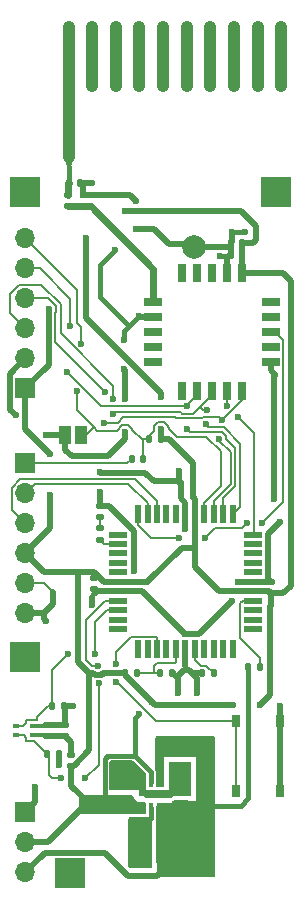
<source format=gbr>
%TF.GenerationSoftware,KiCad,Pcbnew,6.0.11-2627ca5db0~126~ubuntu22.04.1*%
%TF.CreationDate,2024-01-21T15:51:19+01:00*%
%TF.ProjectId,HB_TH_Sensor_SHT45_AllInOne_FUEL4EP,48425f54-485f-4536-956e-736f725f5348,1.3*%
%TF.SameCoordinates,Original*%
%TF.FileFunction,Copper,L1,Top*%
%TF.FilePolarity,Positive*%
%FSLAX46Y46*%
G04 Gerber Fmt 4.6, Leading zero omitted, Abs format (unit mm)*
G04 Created by KiCad (PCBNEW 6.0.11-2627ca5db0~126~ubuntu22.04.1) date 2024-01-21 15:51:19*
%MOMM*%
%LPD*%
G01*
G04 APERTURE LIST*
G04 Aperture macros list*
%AMRoundRect*
0 Rectangle with rounded corners*
0 $1 Rounding radius*
0 $2 $3 $4 $5 $6 $7 $8 $9 X,Y pos of 4 corners*
0 Add a 4 corners polygon primitive as box body*
4,1,4,$2,$3,$4,$5,$6,$7,$8,$9,$2,$3,0*
0 Add four circle primitives for the rounded corners*
1,1,$1+$1,$2,$3*
1,1,$1+$1,$4,$5*
1,1,$1+$1,$6,$7*
1,1,$1+$1,$8,$9*
0 Add four rect primitives between the rounded corners*
20,1,$1+$1,$2,$3,$4,$5,0*
20,1,$1+$1,$4,$5,$6,$7,0*
20,1,$1+$1,$6,$7,$8,$9,0*
20,1,$1+$1,$8,$9,$2,$3,0*%
%AMOutline4P*
0 Free polygon, 4 corners , with rotation*
0 The origin of the aperture is its center*
0 number of corners: always 4*
0 $1 to $8 corner X, Y*
0 $9 Rotation angle, in degrees counterclockwise*
0 create outline with 4 corners*
4,1,4,$1,$2,$3,$4,$5,$6,$7,$8,$1,$2,$9*%
G04 Aperture macros list end*
%TA.AperFunction,EtchedComponent*%
%ADD10C,1.000000*%
%TD*%
%TA.AperFunction,SMDPad,CuDef*%
%ADD11RoundRect,0.147500X-0.172500X0.147500X-0.172500X-0.147500X0.172500X-0.147500X0.172500X0.147500X0*%
%TD*%
%TA.AperFunction,SMDPad,CuDef*%
%ADD12RoundRect,0.140000X-0.140000X-0.170000X0.140000X-0.170000X0.140000X0.170000X-0.140000X0.170000X0*%
%TD*%
%TA.AperFunction,SMDPad,CuDef*%
%ADD13RoundRect,0.135000X0.185000X-0.135000X0.185000X0.135000X-0.185000X0.135000X-0.185000X-0.135000X0*%
%TD*%
%TA.AperFunction,SMDPad,CuDef*%
%ADD14RoundRect,0.135000X0.135000X0.185000X-0.135000X0.185000X-0.135000X-0.185000X0.135000X-0.185000X0*%
%TD*%
%TA.AperFunction,SMDPad,CuDef*%
%ADD15R,0.800000X1.500000*%
%TD*%
%TA.AperFunction,SMDPad,CuDef*%
%ADD16R,1.500000X0.800000*%
%TD*%
%TA.AperFunction,SMDPad,CuDef*%
%ADD17RoundRect,0.140000X0.170000X-0.140000X0.170000X0.140000X-0.170000X0.140000X-0.170000X-0.140000X0*%
%TD*%
%TA.AperFunction,SMDPad,CuDef*%
%ADD18RoundRect,0.135000X-0.135000X-0.185000X0.135000X-0.185000X0.135000X0.185000X-0.135000X0.185000X0*%
%TD*%
%TA.AperFunction,SMDPad,CuDef*%
%ADD19RoundRect,0.250000X0.475000X-0.250000X0.475000X0.250000X-0.475000X0.250000X-0.475000X-0.250000X0*%
%TD*%
%TA.AperFunction,SMDPad,CuDef*%
%ADD20R,0.750000X1.000000*%
%TD*%
%TA.AperFunction,SMDPad,CuDef*%
%ADD21RoundRect,0.140000X0.140000X0.170000X-0.140000X0.170000X-0.140000X-0.170000X0.140000X-0.170000X0*%
%TD*%
%TA.AperFunction,SMDPad,CuDef*%
%ADD22R,0.900000X3.000000*%
%TD*%
%TA.AperFunction,SMDPad,CuDef*%
%ADD23R,0.400000X0.900000*%
%TD*%
%TA.AperFunction,SMDPad,CuDef*%
%ADD24R,0.550000X1.500000*%
%TD*%
%TA.AperFunction,SMDPad,CuDef*%
%ADD25R,1.500000X0.550000*%
%TD*%
%TA.AperFunction,SMDPad,CuDef*%
%ADD26RoundRect,0.140000X-0.170000X0.140000X-0.170000X-0.140000X0.170000X-0.140000X0.170000X0.140000X0*%
%TD*%
%TA.AperFunction,ComponentPad*%
%ADD27C,1.000000*%
%TD*%
%TA.AperFunction,SMDPad,CuDef*%
%ADD28Outline4P,-0.350000X-0.400000X0.350000X-0.400000X0.050000X0.400000X-0.050000X0.400000X180.000000*%
%TD*%
%TA.AperFunction,SMDPad,CuDef*%
%ADD29C,0.500000*%
%TD*%
%TA.AperFunction,ComponentPad*%
%ADD30R,2.500000X2.500000*%
%TD*%
%TA.AperFunction,SMDPad,CuDef*%
%ADD31R,1.000000X1.500000*%
%TD*%
%TA.AperFunction,SMDPad,CuDef*%
%ADD32RoundRect,0.147500X0.172500X-0.147500X0.172500X0.147500X-0.172500X0.147500X-0.172500X-0.147500X0*%
%TD*%
%TA.AperFunction,SMDPad,CuDef*%
%ADD33R,0.500000X0.300000*%
%TD*%
%TA.AperFunction,SMDPad,CuDef*%
%ADD34RoundRect,0.147500X-0.147500X-0.172500X0.147500X-0.172500X0.147500X0.172500X-0.147500X0.172500X0*%
%TD*%
%TA.AperFunction,ComponentPad*%
%ADD35R,2.000000X2.000000*%
%TD*%
%TA.AperFunction,ComponentPad*%
%ADD36C,2.000000*%
%TD*%
%TA.AperFunction,ComponentPad*%
%ADD37R,1.700000X1.700000*%
%TD*%
%TA.AperFunction,ComponentPad*%
%ADD38O,1.700000X1.700000*%
%TD*%
%TA.AperFunction,ViaPad*%
%ADD39C,0.600000*%
%TD*%
%TA.AperFunction,Conductor*%
%ADD40C,0.500000*%
%TD*%
%TA.AperFunction,Conductor*%
%ADD41C,0.400000*%
%TD*%
%TA.AperFunction,Conductor*%
%ADD42C,0.300000*%
%TD*%
%TA.AperFunction,Conductor*%
%ADD43C,0.200000*%
%TD*%
%TA.AperFunction,Conductor*%
%ADD44C,0.600000*%
%TD*%
G04 APERTURE END LIST*
D10*
%TO.C,AE1*%
X13478000Y73745000D02*
X13478000Y68745000D01*
X17478000Y73745000D02*
X17478000Y68745000D01*
X15478000Y73745000D02*
X15478000Y68745000D01*
X11478000Y73745000D02*
X11478000Y68745000D01*
X19478000Y73745000D02*
X19478000Y68745000D01*
X7478000Y73745000D02*
X7478000Y68745000D01*
X23478000Y73745000D02*
X23478000Y68745000D01*
X9478000Y73745000D02*
X9478000Y68745000D01*
X5478000Y62745000D02*
X5478000Y73745000D01*
X21478000Y73745000D02*
X21478000Y68745000D01*
%TO.C,NT1*%
G36*
X4441000Y24900000D02*
G01*
X3941000Y24900000D01*
X3941000Y25900000D01*
X4441000Y25900000D01*
X4441000Y24900000D01*
G37*
%TD*%
D11*
%TO.P,D1,1,K*%
%TO.N,GND*%
X8128000Y33251000D03*
%TO.P,D1,2,A*%
%TO.N,Net-(D1-Pad2)*%
X8128000Y32281000D03*
%TD*%
D12*
%TO.P,C1,1*%
%TO.N,/DTR*%
X10823000Y37211000D03*
%TO.P,C1,2*%
%TO.N,/RSETB*%
X11783000Y37211000D03*
%TD*%
D13*
%TO.P,R4,1*%
%TO.N,Net-(R4-Pad1)*%
X8128000Y30351000D03*
%TO.P,R4,2*%
%TO.N,Net-(D1-Pad2)*%
X8128000Y31371000D03*
%TD*%
D14*
%TO.P,R1,1*%
%TO.N,VCC*%
X13337000Y38862000D03*
%TO.P,R1,2*%
%TO.N,/RSETB*%
X12317000Y38862000D03*
%TD*%
D15*
%TO.P,Module1,1A,SCK*%
%TO.N,/SCK*%
X20146000Y42959000D03*
D16*
%TO.P,Module1,1B,ANT*%
%TO.N,/ANT*%
X12606000Y50499000D03*
D15*
%TO.P,Module1,1C,VCC*%
%TO.N,VCC*%
X20146000Y52959000D03*
D16*
%TO.P,Module1,1D,GD02*%
%TO.N,unconnected-(Module1-Pad1D)*%
X22606000Y50499000D03*
D15*
%TO.P,Module1,2A,~{CSN}*%
%TO.N,/SS*%
X18876000Y42959000D03*
D16*
%TO.P,Module1,2B,GND*%
%TO.N,GND*%
X12606000Y49229000D03*
D15*
%TO.P,Module1,2C,GND*%
X18876000Y52959000D03*
D16*
%TO.P,Module1,2D,NC*%
%TO.N,unconnected-(Module1-Pad2D)*%
X22606000Y49229000D03*
D15*
%TO.P,Module1,3A,MOSI*%
%TO.N,/MOSI*%
X17606000Y42959000D03*
D16*
%TO.P,Module1,3B,NC*%
%TO.N,unconnected-(Module1-Pad3B)*%
X12606000Y47959000D03*
D15*
%TO.P,Module1,3C,NC*%
%TO.N,unconnected-(Module1-Pad3C)*%
X17606000Y52959000D03*
D16*
%TO.P,Module1,3D,GD00*%
%TO.N,/D2*%
X22606000Y47959000D03*
D15*
%TO.P,Module1,4A,MISO/GD01*%
%TO.N,/MISO*%
X16336000Y42959000D03*
D16*
%TO.P,Module1,4B,NC*%
%TO.N,unconnected-(Module1-Pad4B)*%
X12606000Y46689000D03*
D15*
%TO.P,Module1,4C,NC*%
%TO.N,unconnected-(Module1-Pad4C)*%
X16336000Y52959000D03*
D16*
%TO.P,Module1,4D,NC*%
%TO.N,unconnected-(Module1-Pad4D)*%
X22606000Y46689000D03*
D15*
%TO.P,Module1,5A,NC*%
%TO.N,unconnected-(Module1-Pad5A)*%
X15066000Y42959000D03*
D16*
%TO.P,Module1,5B,NC*%
%TO.N,unconnected-(Module1-Pad5B)*%
X12606000Y45419000D03*
D15*
%TO.P,Module1,5C,NC*%
%TO.N,unconnected-(Module1-Pad5C)*%
X15066000Y52959000D03*
D16*
%TO.P,Module1,5D,GND*%
%TO.N,GND*%
X22606000Y45419000D03*
%TD*%
D12*
%TO.P,C2,1*%
%TO.N,GND*%
X16792000Y19050000D03*
%TO.P,C2,2*%
%TO.N,Net-(C2-Pad2)*%
X17752000Y19050000D03*
%TD*%
D17*
%TO.P,C4,1*%
%TO.N,VCC*%
X22606000Y25809000D03*
%TO.P,C4,2*%
%TO.N,GND*%
X22606000Y26769000D03*
%TD*%
D12*
%TO.P,C6,1*%
%TO.N,GND*%
X15014000Y34036000D03*
%TO.P,C6,2*%
%TO.N,VCC*%
X15974000Y34036000D03*
%TD*%
%TO.P,C8,1*%
%TO.N,Net-(C8-Pad1)*%
X13236000Y19050000D03*
%TO.P,C8,2*%
%TO.N,GND*%
X14196000Y19050000D03*
%TD*%
D18*
%TO.P,R2,1*%
%TO.N,VCC*%
X10285000Y19050000D03*
%TO.P,R2,2*%
%TO.N,Net-(C8-Pad1)*%
X11305000Y19050000D03*
%TD*%
%TO.P,R6,1*%
%TO.N,/SDA*%
X4062000Y16256000D03*
%TO.P,R6,2*%
%TO.N,GND*%
X5082000Y16256000D03*
%TD*%
D19*
%TO.P,C5,1*%
%TO.N,/plusBAT*%
X14986000Y7813000D03*
%TO.P,C5,2*%
%TO.N,GND*%
X14986000Y9713000D03*
%TD*%
D20*
%TO.P,SW1,A*%
%TO.N,/CONFIG*%
X19622172Y9047667D03*
%TO.P,SW1,B,e*%
X19622172Y15047667D03*
%TO.P,SW1,C*%
%TO.N,GND*%
X23372172Y9047667D03*
%TO.P,SW1,D*%
X23372172Y15047667D03*
%TD*%
D21*
%TO.P,C11,1*%
%TO.N,VCC*%
X20165000Y54483000D03*
%TO.P,C11,2*%
%TO.N,GND*%
X19205000Y54483000D03*
%TD*%
%TO.P,C12,1*%
%TO.N,VCC*%
X20165000Y55499000D03*
%TO.P,C12,2*%
%TO.N,GND*%
X19205000Y55499000D03*
%TD*%
D17*
%TO.P,C13,1*%
%TO.N,/ANT*%
X5461000Y58575000D03*
%TO.P,C13,2*%
%TO.N,Net-(AE1-Pad1)*%
X5461000Y59535000D03*
%TD*%
D22*
%TO.P,L1,1,1*%
%TO.N,/plusBAT*%
X13292000Y4445000D03*
%TO.P,L1,2,2*%
%TO.N,/L*%
X11192000Y4445000D03*
%TD*%
D23*
%TO.P,U2,1,VIN*%
%TO.N,/plusBAT*%
X13096000Y9863000D03*
%TO.P,U2,2,FB*%
%TO.N,VCC*%
X12446000Y9863000D03*
%TO.P,U2,3,GND*%
%TO.N,GND*%
X11796000Y9863000D03*
%TO.P,U2,4,VOUT*%
%TO.N,VCC*%
X11796000Y7663000D03*
%TO.P,U2,5,L*%
%TO.N,/L*%
X12446000Y7663000D03*
%TO.P,U2,6,EN*%
%TO.N,/plusBAT*%
X13096000Y7663000D03*
%TD*%
D19*
%TO.P,C9,1*%
%TO.N,VCC*%
X9652000Y7813000D03*
%TO.P,C9,2*%
%TO.N,GND*%
X9652000Y9713000D03*
%TD*%
D24*
%TO.P,U1,1,PB5*%
%TO.N,/MOSI*%
X19367000Y32497000D03*
%TO.P,U1,2,PB6*%
%TO.N,/MISO*%
X18567000Y32497000D03*
%TO.P,U1,3,PB7*%
%TO.N,/SCK*%
X17767000Y32497000D03*
%TO.P,U1,4,~{RESET}*%
%TO.N,/RSETB*%
X16967000Y32497000D03*
%TO.P,U1,5,VCC*%
%TO.N,VCC*%
X16167000Y32497000D03*
%TO.P,U1,6,GND*%
%TO.N,GND*%
X15367000Y32497000D03*
%TO.P,U1,7,XTAL2*%
%TO.N,unconnected-(U1-Pad7)*%
X14567000Y32497000D03*
%TO.P,U1,8,XTAL1*%
%TO.N,unconnected-(U1-Pad8)*%
X13767000Y32497000D03*
%TO.P,U1,9,PD0*%
%TO.N,/RXD0*%
X12967000Y32497000D03*
%TO.P,U1,10,PD1*%
%TO.N,/TXD0*%
X12167000Y32497000D03*
%TO.P,U1,11,PD2*%
%TO.N,/D2*%
X11367000Y32497000D03*
D25*
%TO.P,U1,12,PD3*%
%TO.N,unconnected-(U1-Pad12)*%
X9667000Y30797000D03*
%TO.P,U1,13,PD4*%
%TO.N,Net-(R4-Pad1)*%
X9667000Y29997000D03*
%TO.P,U1,14,PD5*%
%TO.N,unconnected-(U1-Pad14)*%
X9667000Y29197000D03*
%TO.P,U1,15,PD6*%
%TO.N,unconnected-(U1-Pad15)*%
X9667000Y28397000D03*
%TO.P,U1,16,PD7*%
%TO.N,unconnected-(U1-Pad16)*%
X9667000Y27597000D03*
%TO.P,U1,17,VCC*%
%TO.N,VCC*%
X9667000Y26797000D03*
%TO.P,U1,18,GND*%
%TO.N,GND*%
X9667000Y25997000D03*
%TO.P,U1,19,PC0*%
%TO.N,/SCL*%
X9667000Y25197000D03*
%TO.P,U1,20,PC1*%
%TO.N,/SDA*%
X9667000Y24397000D03*
%TO.P,U1,21,PC2*%
%TO.N,unconnected-(U1-Pad21)*%
X9667000Y23597000D03*
%TO.P,U1,22,PC3*%
%TO.N,unconnected-(U1-Pad22)*%
X9667000Y22797000D03*
D24*
%TO.P,U1,23,PC4*%
%TO.N,unconnected-(U1-Pad23)*%
X11367000Y21097000D03*
%TO.P,U1,24,PC5*%
%TO.N,unconnected-(U1-Pad24)*%
X12167000Y21097000D03*
%TO.P,U1,25,PC6*%
%TO.N,/CONFIG*%
X12967000Y21097000D03*
%TO.P,U1,26,PC7*%
%TO.N,unconnected-(U1-Pad26)*%
X13767000Y21097000D03*
%TO.P,U1,27,AVCC*%
%TO.N,Net-(C8-Pad1)*%
X14567000Y21097000D03*
%TO.P,U1,28,GND*%
%TO.N,GND*%
X15367000Y21097000D03*
%TO.P,U1,29,AREF*%
%TO.N,Net-(C2-Pad2)*%
X16167000Y21097000D03*
%TO.P,U1,30,PA7*%
%TO.N,unconnected-(U1-Pad30)*%
X16967000Y21097000D03*
%TO.P,U1,31,PA6*%
%TO.N,unconnected-(U1-Pad31)*%
X17767000Y21097000D03*
%TO.P,U1,32,PA5*%
%TO.N,unconnected-(U1-Pad32)*%
X18567000Y21097000D03*
%TO.P,U1,33,PA4*%
%TO.N,unconnected-(U1-Pad33)*%
X19367000Y21097000D03*
D25*
%TO.P,U1,34,PA3*%
%TO.N,unconnected-(U1-Pad34)*%
X21067000Y22797000D03*
%TO.P,U1,35,PA2*%
%TO.N,unconnected-(U1-Pad35)*%
X21067000Y23597000D03*
%TO.P,U1,36,PA1*%
%TO.N,unconnected-(U1-Pad36)*%
X21067000Y24397000D03*
%TO.P,U1,37,PA0*%
%TO.N,Net-(R3-Pad1)*%
X21067000Y25197000D03*
%TO.P,U1,38,VCC*%
%TO.N,VCC*%
X21067000Y25997000D03*
%TO.P,U1,39,GND*%
%TO.N,GND*%
X21067000Y26797000D03*
%TO.P,U1,40,PB0*%
%TO.N,unconnected-(U1-Pad40)*%
X21067000Y27597000D03*
%TO.P,U1,41,PB1*%
%TO.N,unconnected-(U1-Pad41)*%
X21067000Y28397000D03*
%TO.P,U1,42,PB2*%
%TO.N,unconnected-(U1-Pad42)*%
X21067000Y29197000D03*
%TO.P,U1,43,PB3*%
%TO.N,unconnected-(U1-Pad43)*%
X21067000Y29997000D03*
%TO.P,U1,44,PB4*%
%TO.N,/SS*%
X21067000Y30797000D03*
%TD*%
D21*
%TO.P,C3,1*%
%TO.N,VCC*%
X15974000Y35052000D03*
%TO.P,C3,2*%
%TO.N,GND*%
X15014000Y35052000D03*
%TD*%
D26*
%TO.P,C15,1*%
%TO.N,GND*%
X3683000Y14704000D03*
%TO.P,C15,2*%
%TO.N,/VDDA*%
X3683000Y13744000D03*
%TD*%
D27*
%TO.P,AE1,*%
%TO.N,*%
X21478000Y73745000D03*
X15478000Y73745000D03*
X9478000Y73745000D03*
X5478000Y73745000D03*
X13478000Y68745000D03*
X9478000Y68745000D03*
X19478000Y73745000D03*
X17478000Y73745000D03*
X11478000Y68745000D03*
X19478000Y68745000D03*
X13478000Y73745000D03*
X17478000Y68745000D03*
X11478000Y73745000D03*
X7478000Y68745000D03*
X15478000Y68745000D03*
X21478000Y68745000D03*
X7478000Y73745000D03*
X23478000Y73745000D03*
X23478000Y68745000D03*
D28*
%TO.P,AE1,1,A*%
%TO.N,Net-(AE1-Pad1)*%
X5478000Y62045000D03*
%TD*%
D29*
%TO.P,NT1,1,1*%
%TO.N,GND*%
X4191000Y24900000D03*
%TO.P,NT1,2,2*%
%TO.N,/CTS*%
X4191000Y25900000D03*
%TD*%
D17*
%TO.P,C14,1*%
%TO.N,/VDDA*%
X5207000Y13744000D03*
%TO.P,C14,2*%
%TO.N,GND*%
X5207000Y14704000D03*
%TD*%
D30*
%TO.P,H4,1*%
%TO.N,N/C*%
X1778000Y20447000D03*
%TD*%
D26*
%TO.P,C7,1*%
%TO.N,VCC*%
X7620000Y27150000D03*
%TO.P,C7,2*%
%TO.N,GND*%
X7620000Y26190000D03*
%TD*%
D30*
%TO.P,H3,1*%
%TO.N,N/C*%
X5588000Y2175000D03*
%TD*%
D31*
%TO.P,JP1,1,A*%
%TO.N,GND*%
X5192000Y39243000D03*
%TO.P,JP1,2,B*%
%TO.N,/RSETB*%
X6492000Y39243000D03*
%TD*%
D14*
%TO.P,R3,1*%
%TO.N,Net-(R3-Pad1)*%
X21719000Y19558000D03*
%TO.P,R3,2*%
%TO.N,/plusBAT*%
X20699000Y19558000D03*
%TD*%
D30*
%TO.P,H1,1*%
%TO.N,N/C*%
X23079000Y59817000D03*
%TD*%
D32*
%TO.P,FB1,1*%
%TO.N,VCC*%
X5715000Y11199000D03*
%TO.P,FB1,2*%
%TO.N,/VDDA*%
X5715000Y12169000D03*
%TD*%
D18*
%TO.P,R5,1*%
%TO.N,/SCL*%
X3681000Y12192000D03*
%TO.P,R5,2*%
%TO.N,GND*%
X4701000Y12192000D03*
%TD*%
D33*
%TO.P,U3,1,SDA*%
%TO.N,/SDA*%
X1040000Y14614000D03*
%TO.P,U3,2,SCL*%
%TO.N,/SCL*%
X1040000Y13814000D03*
%TO.P,U3,3,VDD*%
%TO.N,/VDDA*%
X2440000Y13814000D03*
%TO.P,U3,4,VSS*%
%TO.N,GND*%
X2440000Y14614000D03*
%TD*%
D34*
%TO.P,L2,1,1*%
%TO.N,Net-(AE1-Pad1)*%
X5484000Y60579000D03*
%TO.P,L2,2,2*%
%TO.N,GND*%
X6454000Y60579000D03*
%TD*%
D30*
%TO.P,H2,1*%
%TO.N,N/C*%
X1778000Y59817000D03*
%TD*%
D35*
%TO.P,BT1,1,+*%
%TO.N,/plusBAT*%
X16129000Y3175000D03*
D36*
%TO.P,BT1,2,-*%
%TO.N,GND*%
X16129000Y55165000D03*
%TD*%
D37*
%TO.P,J1,1,Pin_1*%
%TO.N,GND*%
X1828000Y7275000D03*
D38*
%TO.P,J1,2,Pin_2*%
%TO.N,VCC*%
X1828000Y4735000D03*
%TO.P,J1,3,Pin_3*%
%TO.N,/plusBAT*%
X1828000Y2195000D03*
%TD*%
D37*
%TO.P,J3,1,Pin_1*%
%TO.N,VCC*%
X1828000Y43180000D03*
D38*
%TO.P,J3,2,Pin_2*%
%TO.N,GND*%
X1828000Y45720000D03*
%TO.P,J3,3,Pin_3*%
%TO.N,/MOSI*%
X1828000Y48260000D03*
%TO.P,J3,4,Pin_4*%
%TO.N,/SCK*%
X1828000Y50800000D03*
%TO.P,J3,5,Pin_5*%
%TO.N,/MISO*%
X1828000Y53340000D03*
%TO.P,J3,6,Pin_6*%
%TO.N,/RSETB*%
X1828000Y55880000D03*
%TD*%
D37*
%TO.P,J2,1,Pin_1*%
%TO.N,/DTR*%
X1828000Y36830000D03*
D38*
%TO.P,J2,2,Pin_2*%
%TO.N,/TXD0*%
X1828000Y34290000D03*
%TO.P,J2,3,Pin_3*%
%TO.N,/RXD0*%
X1828000Y31750000D03*
%TO.P,J2,4,Pin_4*%
%TO.N,VCC*%
X1828000Y29210000D03*
%TO.P,J2,5,Pin_5*%
%TO.N,/CTS*%
X1828000Y26670000D03*
%TO.P,J2,6,Pin_6*%
%TO.N,GND*%
X1828000Y24130000D03*
%TD*%
D39*
%TO.N,GND*%
X20447000Y56388000D03*
X11049000Y27686000D03*
X10879000Y9863000D03*
X15367000Y22352000D03*
X9398000Y54864000D03*
X13462000Y35306000D03*
X14859000Y36195000D03*
X10922000Y26035000D03*
X22987000Y44323000D03*
X8128000Y34417000D03*
X19304000Y25146000D03*
X9525000Y11049000D03*
X15367000Y31242000D03*
X2667000Y9398000D03*
X8128000Y36068000D03*
X3556000Y39243000D03*
X18288000Y54356000D03*
X11176000Y59055000D03*
X3556000Y23495000D03*
X22352000Y28067000D03*
X5842000Y16256000D03*
X10287000Y42291000D03*
X23368000Y31877000D03*
X14478000Y11049000D03*
X7493000Y60579000D03*
X19304000Y56388000D03*
X6731000Y59563000D03*
X15494000Y11049000D03*
X22860000Y33782000D03*
X1016000Y40894000D03*
X11430000Y49276000D03*
X10160000Y47244000D03*
X14224000Y55372000D03*
X16383000Y17399000D03*
X7423413Y24868418D03*
X11176000Y56642000D03*
X14732000Y17399000D03*
X23368000Y16256000D03*
X10160000Y44831000D03*
X10541000Y11049000D03*
X19812000Y26797000D03*
X8128000Y37429500D03*
X4699000Y11303000D03*
X10287000Y39497000D03*
%TO.N,/SS*%
X19812000Y40767000D03*
X18859650Y41719350D03*
%TO.N,/D2*%
X21844000Y31750000D03*
X14859000Y30480000D03*
X20574000Y31750000D03*
X17018000Y30480000D03*
%TO.N,/SCL*%
X6858000Y10160000D03*
X8001000Y19685000D03*
X8014585Y18186000D03*
X4826000Y10160000D03*
%TO.N,/SDA*%
X7747000Y20701000D03*
X5461000Y20701000D03*
%TO.N,/MOSI*%
X17084154Y40115001D03*
X9271000Y41021000D03*
X9271000Y42291000D03*
X17182898Y41314001D03*
%TO.N,/SCK*%
X8572500Y42862500D03*
X18470037Y40481914D03*
X8509000Y40259000D03*
X18199227Y38883413D03*
%TO.N,/MISO*%
X15494000Y41656000D03*
X5609608Y48457929D03*
X15494000Y39751000D03*
X5334000Y44577000D03*
%TO.N,VCC*%
X12573000Y16637000D03*
X10287000Y58166000D03*
X6985000Y55880000D03*
X6985000Y49911000D03*
X21717000Y16383000D03*
X19431000Y16383000D03*
X3937000Y34163000D03*
X13337000Y39749000D03*
X3937000Y37592000D03*
X11430000Y15621000D03*
X3810000Y49911000D03*
X13335000Y42418000D03*
%TO.N,/plusBAT*%
X13716000Y7112000D03*
X13096000Y11191000D03*
%TO.N,/CONFIG*%
X9525000Y18288000D03*
X9525000Y19812000D03*
%TO.N,/RSETB*%
X6533404Y46942419D03*
X6148316Y42914862D03*
%TD*%
D40*
%TO.N,GND*%
X12700000Y35306000D02*
X12065000Y35941000D01*
X10287000Y42291000D02*
X10287000Y44704000D01*
X22606000Y45419000D02*
X22606000Y44704000D01*
X19812000Y26797000D02*
X21067000Y26797000D01*
X5207000Y16131000D02*
X5082000Y16256000D01*
X13970000Y55372000D02*
X12700000Y56642000D01*
X3421000Y23630000D02*
X3556000Y23495000D01*
D41*
X18288000Y54356000D02*
X18702000Y54356000D01*
D40*
X7897000Y25997000D02*
X9667000Y25997000D01*
X15240000Y19304000D02*
X15687000Y19304000D01*
X14732000Y18796000D02*
X15240000Y19304000D01*
X22352000Y30861000D02*
X23368000Y31877000D01*
X22606000Y44704000D02*
X22987000Y44323000D01*
D41*
X10160000Y47244000D02*
X10160000Y48006000D01*
D40*
X15687000Y19304000D02*
X16322000Y18669000D01*
X12606000Y49229000D02*
X11477000Y49229000D01*
X8856551Y37429500D02*
X8128000Y37429500D01*
X16129000Y55165000D02*
X19130000Y55165000D01*
X10287000Y44704000D02*
X10160000Y44831000D01*
X9652000Y9713000D02*
X9652000Y10922000D01*
X14732000Y17399000D02*
X14732000Y18603000D01*
X14859000Y36195000D02*
X14859000Y35207000D01*
D41*
X10604500Y48450500D02*
X11430000Y49276000D01*
D40*
X5207000Y14704000D02*
X5207000Y16131000D01*
X5192000Y37993000D02*
X5755500Y37429500D01*
D41*
X14478000Y10221000D02*
X14986000Y9713000D01*
D40*
X9705000Y26035000D02*
X9667000Y25997000D01*
X8913000Y33251000D02*
X11049000Y31115000D01*
X19304000Y56388000D02*
X19304000Y55598000D01*
X15014000Y34036000D02*
X15014000Y35052000D01*
X4938000Y39243000D02*
X3556000Y39243000D01*
X8128000Y34417000D02*
X8128000Y33251000D01*
X16792000Y19050000D02*
X15941000Y19050000D01*
X528000Y44420000D02*
X528000Y41382000D01*
X22352000Y28067000D02*
X22352000Y30861000D01*
X528000Y41382000D02*
X1016000Y40894000D01*
X13462000Y35306000D02*
X12700000Y35306000D01*
D41*
X14036000Y8763000D02*
X12046000Y8763000D01*
D40*
X3421000Y24130000D02*
X4191000Y24900000D01*
X10922000Y26035000D02*
X11684000Y26035000D01*
X12700000Y56642000D02*
X11176000Y56642000D01*
X13462000Y35306000D02*
X14760000Y35306000D01*
D41*
X14478000Y11049000D02*
X14478000Y10221000D01*
D40*
X23368000Y16256000D02*
X23368000Y15051839D01*
D41*
X10604500Y48450500D02*
X8128000Y50927000D01*
D40*
X5755500Y37429500D02*
X8128000Y37429500D01*
X11684000Y26035000D02*
X15367000Y22352000D01*
D41*
X20447000Y56388000D02*
X19304000Y56388000D01*
D40*
X15367000Y32497000D02*
X15367000Y33498614D01*
X14760000Y35306000D02*
X15014000Y35052000D01*
X10287000Y38859949D02*
X8856551Y37429500D01*
X21067000Y26797000D02*
X22578000Y26797000D01*
D41*
X8128000Y50927000D02*
X8128000Y53594000D01*
D40*
X15367000Y22352000D02*
X16510000Y22352000D01*
X10879000Y9863000D02*
X9802000Y9863000D01*
X22860000Y33782000D02*
X22860000Y44196000D01*
X22352000Y28067000D02*
X22352000Y27023000D01*
X14224000Y55372000D02*
X13970000Y55372000D01*
D42*
X2440000Y14614000D02*
X3593000Y14614000D01*
D40*
X14859000Y35207000D02*
X15014000Y35052000D01*
D41*
X11796000Y9013000D02*
X11796000Y9863000D01*
D40*
X14732000Y18603000D02*
X14732000Y18796000D01*
X14285000Y19050000D02*
X14732000Y18603000D01*
X1828000Y45720000D02*
X528000Y44420000D01*
X15941000Y19050000D02*
X15687000Y19304000D01*
X15367000Y19624000D02*
X15367000Y21097000D01*
X14224000Y55372000D02*
X15922000Y55372000D01*
X7423413Y25523413D02*
X7423413Y24868418D01*
X14196000Y19050000D02*
X14285000Y19050000D01*
X1828000Y24130000D02*
X3421000Y24130000D01*
X16383000Y17399000D02*
X16383000Y18608000D01*
X10668000Y59563000D02*
X11176000Y59055000D01*
X11796000Y9863000D02*
X10879000Y9863000D01*
X19130000Y55165000D02*
X19205000Y55090000D01*
D41*
X12046000Y8763000D02*
X11796000Y9013000D01*
D40*
X12065000Y35941000D02*
X11970000Y36036000D01*
X11477000Y49229000D02*
X11430000Y49276000D01*
X22352000Y27023000D02*
X22606000Y26769000D01*
D41*
X10160000Y48006000D02*
X10604500Y48450500D01*
D40*
X6731000Y60302000D02*
X6454000Y60579000D01*
D41*
X15494000Y10221000D02*
X14986000Y9713000D01*
D40*
X15367000Y33498614D02*
X15014000Y33851614D01*
X8160000Y36036000D02*
X8128000Y36068000D01*
X16510000Y22352000D02*
X19304000Y25146000D01*
X23372172Y15047667D02*
X23372172Y9047667D01*
X19205000Y55090000D02*
X19205000Y54483000D01*
X18876000Y54182000D02*
X18876000Y52959000D01*
X15367000Y32497000D02*
X15367000Y31242000D01*
X7620000Y25720000D02*
X7897000Y25997000D01*
X4699000Y11303000D02*
X4699000Y12190000D01*
X5192000Y39243000D02*
X5192000Y37993000D01*
X15014000Y33851614D02*
X15014000Y34036000D01*
D41*
X15494000Y11049000D02*
X15494000Y10221000D01*
D40*
X19177000Y54483000D02*
X18876000Y54182000D01*
X6731000Y59563000D02*
X10668000Y59563000D01*
X11049000Y31115000D02*
X11049000Y27686000D01*
X8128000Y33251000D02*
X8913000Y33251000D01*
X19304000Y55598000D02*
X19205000Y55499000D01*
X10922000Y26035000D02*
X9705000Y26035000D01*
X9652000Y10922000D02*
X9525000Y11049000D01*
X2667000Y8114000D02*
X1828000Y7275000D01*
D41*
X18702000Y54356000D02*
X18876000Y54182000D01*
D40*
X5207000Y14704000D02*
X3683000Y14704000D01*
X19205000Y55499000D02*
X19205000Y55090000D01*
X3421000Y24130000D02*
X3421000Y23630000D01*
D41*
X8128000Y53594000D02*
X9398000Y54864000D01*
D40*
X10287000Y39497000D02*
X10287000Y38859949D01*
X7493000Y60579000D02*
X6454000Y60579000D01*
X2667000Y9398000D02*
X2667000Y8114000D01*
X22860000Y44196000D02*
X22987000Y44323000D01*
D41*
X14986000Y9713000D02*
X14036000Y8763000D01*
D40*
X18876000Y53768000D02*
X18876000Y52959000D01*
X5082000Y16256000D02*
X5842000Y16256000D01*
X11970000Y36036000D02*
X8160000Y36036000D01*
X6731000Y59563000D02*
X6731000Y60302000D01*
D43*
%TO.N,Net-(D1-Pad2)*%
X8128000Y31371000D02*
X8128000Y32281000D01*
%TO.N,/SS*%
X18876000Y42959000D02*
X18876000Y41735700D01*
X18876000Y41735700D02*
X18859650Y41719350D01*
X19812000Y40767000D02*
X21173500Y39405500D01*
X21173500Y39405500D02*
X21173500Y30903500D01*
%TO.N,/D2*%
X20196000Y31372000D02*
X17910000Y31372000D01*
X17910000Y31372000D02*
X17018000Y30480000D01*
X20574000Y31750000D02*
X20196000Y31372000D01*
X11367000Y31574112D02*
X12461112Y30480000D01*
X12461112Y30480000D02*
X14859000Y30480000D01*
X11367000Y32497000D02*
X11367000Y31574112D01*
X23656000Y47259000D02*
X23656000Y33562000D01*
X22956000Y47959000D02*
X23656000Y47259000D01*
X23656000Y33562000D02*
X21844000Y31750000D01*
%TO.N,/SCL*%
X6985000Y20193000D02*
X7493000Y19685000D01*
X2667000Y13335000D02*
X1905000Y13335000D01*
X1040000Y13814000D02*
X1680000Y13814000D01*
X1680000Y13814000D02*
X1890500Y13603500D01*
X7493000Y19685000D02*
X8001000Y19685000D01*
X8014585Y11316585D02*
X8014585Y18186000D01*
X3810000Y10414000D02*
X4064000Y10160000D01*
X3810000Y12063000D02*
X3810000Y10414000D01*
X6858000Y10160000D02*
X8014585Y11316585D01*
X4064000Y10160000D02*
X4826000Y10160000D01*
X1905000Y13335000D02*
X1890500Y13349500D01*
X3681000Y12192000D02*
X2667000Y13206000D01*
X2667000Y13206000D02*
X2667000Y13335000D01*
X6985000Y23582183D02*
X6985000Y20193000D01*
X9667000Y25197000D02*
X8599817Y25197000D01*
X1890500Y13349500D02*
X1890500Y13603500D01*
X8599817Y25197000D02*
X6985000Y23582183D01*
%TO.N,/SDA*%
X2794000Y15327462D02*
X2794000Y15113000D01*
X4062000Y19302000D02*
X4062000Y16256000D01*
X1040000Y14614000D02*
X1660000Y14614000D01*
X8717000Y24397000D02*
X7747000Y23427000D01*
X5461000Y20701000D02*
X4062000Y19302000D01*
X1660000Y14614000D02*
X1905000Y14859000D01*
X3722538Y16256000D02*
X2794000Y15327462D01*
X7747000Y23427000D02*
X7747000Y20701000D01*
X2794000Y15113000D02*
X1905000Y15113000D01*
X4062000Y16256000D02*
X3722538Y16256000D01*
X9667000Y24397000D02*
X8717000Y24397000D01*
X1905000Y14859000D02*
X1905000Y15113000D01*
D42*
%TO.N,/VDDA*%
X2440000Y13814000D02*
X3613000Y13814000D01*
D40*
X5207000Y13744000D02*
X5715000Y13236000D01*
X5715000Y13236000D02*
X5715000Y12169000D01*
X5207000Y13744000D02*
X3683000Y13744000D01*
D43*
%TO.N,/MOSI*%
X9271000Y43357000D02*
X4809001Y47818999D01*
X16581500Y41584500D02*
X16036501Y41039501D01*
X16851999Y41314001D02*
X17182898Y41314001D01*
X1277000Y51950000D02*
X508000Y51181000D01*
X9271000Y42291000D02*
X9271000Y43357000D01*
X18613028Y39882414D02*
X17316741Y39882414D01*
X17316741Y39882414D02*
X17084154Y40115001D01*
X4809001Y50324801D02*
X3183802Y51950000D01*
X14976480Y41147502D02*
X9397502Y41147502D01*
X16581500Y41584500D02*
X16851999Y41314001D01*
X3183802Y51950000D02*
X1277000Y51950000D01*
X19994503Y38500939D02*
X18613028Y39882414D01*
X19994503Y33124503D02*
X19994503Y38500939D01*
X16036501Y41039501D02*
X15084481Y41039501D01*
X15084481Y41039501D02*
X14976480Y41147502D01*
X508000Y49580000D02*
X1828000Y48260000D01*
X9397502Y41147502D02*
X9271000Y41021000D01*
X17606000Y42609000D02*
X16581500Y41584500D01*
X4809001Y47818999D02*
X4809001Y50324801D01*
X508000Y51181000D02*
X508000Y49580000D01*
X19367000Y32497000D02*
X19994503Y33124503D01*
%TO.N,/SCK*%
X8509000Y40259000D02*
X9636198Y40259000D01*
X19195501Y37757479D02*
X18199227Y38753753D01*
X4409500Y49662678D02*
X4359501Y49612679D01*
X9636198Y40259000D02*
X10125199Y40748001D01*
X20146000Y42157877D02*
X18470037Y40481914D01*
X3768822Y50800000D02*
X4409500Y50159322D01*
X19195501Y35100704D02*
X19195501Y37757479D01*
X1828000Y50800000D02*
X3768822Y50800000D01*
X10125199Y40748001D02*
X14496999Y40748001D01*
X18199227Y38753753D02*
X18199227Y38883413D01*
X17767000Y33672203D02*
X19195501Y35100704D01*
X4359501Y49612679D02*
X4359501Y47075499D01*
X4359501Y47075499D02*
X8572500Y42862500D01*
X17767000Y32497000D02*
X17767000Y33672203D01*
X16835832Y40714501D02*
X18237450Y40714501D01*
X16761331Y40640000D02*
X16835832Y40714501D01*
X14496999Y40748001D02*
X14605000Y40640000D01*
X14605000Y40640000D02*
X16761331Y40640000D01*
X4409500Y50159322D02*
X4409500Y49662678D01*
X20146000Y42959000D02*
X20146000Y42157877D01*
X18237450Y40714501D02*
X18470037Y40481914D01*
%TO.N,/MISO*%
X1828000Y53340000D02*
X3030081Y53340000D01*
X18447549Y39482913D02*
X15762087Y39482913D01*
X19595002Y34935225D02*
X19595002Y38098904D01*
X18798727Y39131735D02*
X18447549Y39482913D01*
X5334000Y44577000D02*
X8255000Y41656000D01*
X15383000Y41656000D02*
X16336000Y42609000D01*
X19595002Y38098904D02*
X18798727Y38895179D01*
X3030081Y53340000D02*
X5609608Y50760473D01*
X15762087Y39482913D02*
X15494000Y39751000D01*
X18567000Y33907223D02*
X19595002Y34935225D01*
X8255000Y41656000D02*
X15383000Y41656000D01*
X5609608Y50760473D02*
X5609608Y48457929D01*
X18798727Y38895179D02*
X18798727Y39131735D01*
X18567000Y32497000D02*
X18567000Y33907223D01*
D40*
%TO.N,VCC*%
X9652000Y7813000D02*
X8443000Y7813000D01*
X1828000Y4735000D02*
X3719000Y4735000D01*
X3719000Y4735000D02*
X7058000Y8074000D01*
X16167000Y28029000D02*
X16167000Y29680000D01*
X16167000Y29680000D02*
X16167000Y32497000D01*
X23622000Y52959000D02*
X24289000Y52292000D01*
X3418000Y27620000D02*
X1828000Y29210000D01*
X6289000Y27620000D02*
X3418000Y27620000D01*
X22418000Y25997000D02*
X22606000Y25809000D01*
X13970000Y38862000D02*
X16002000Y36830000D01*
X24289000Y26453000D02*
X23645000Y25809000D01*
D41*
X11094000Y12065000D02*
X11094000Y15285000D01*
D40*
X5715000Y11199000D02*
X5715000Y9544000D01*
X3810000Y45162000D02*
X3810000Y49911000D01*
X5909993Y11199000D02*
X7239000Y12528007D01*
X6289000Y27620000D02*
X6289000Y20000000D01*
X6289000Y20000000D02*
X7239000Y19050000D01*
X7239000Y12528007D02*
X7239000Y19050000D01*
X11796000Y7663000D02*
X9802000Y7663000D01*
X9652000Y7813000D02*
X6797000Y7813000D01*
X5715000Y11199000D02*
X5909993Y11199000D01*
X18199000Y25997000D02*
X16167000Y28029000D01*
X15075000Y29680000D02*
X16167000Y29680000D01*
X7058000Y8201000D02*
X7446000Y7813000D01*
X7239000Y19050000D02*
X7576046Y19050000D01*
D41*
X11094000Y15285000D02*
X11430000Y15621000D01*
D40*
X1828000Y43180000D02*
X3810000Y45162000D01*
X8443000Y7813000D02*
X7446000Y7813000D01*
X21067000Y25997000D02*
X18199000Y25997000D01*
X6985000Y55880000D02*
X6985000Y49911000D01*
X6985000Y49101534D02*
X13335000Y42751534D01*
X21336000Y55753000D02*
X21336000Y56896000D01*
X15974000Y35052000D02*
X15974000Y34036000D01*
X6985000Y49911000D02*
X6985000Y49101534D01*
X12235954Y26797000D02*
X12235954Y26840954D01*
D41*
X12446000Y9863000D02*
X12446000Y10713000D01*
D40*
X8425954Y19050000D02*
X10285000Y19050000D01*
X20165000Y54483000D02*
X20165000Y52978000D01*
D41*
X8527000Y11829000D02*
X8527000Y7897000D01*
D40*
X7058000Y8074000D02*
X7058000Y8201000D01*
X15974000Y34036000D02*
X16167000Y33843000D01*
X21067000Y25997000D02*
X22418000Y25997000D01*
X5715000Y9544000D02*
X7058000Y8201000D01*
X13335000Y42751534D02*
X13335000Y42418000D01*
X23645000Y25809000D02*
X22606000Y25809000D01*
X6797000Y7813000D02*
X3719000Y4735000D01*
X1828000Y39701000D02*
X1828000Y43180000D01*
X20165000Y55499000D02*
X20165000Y54483000D01*
X21082000Y55499000D02*
X21336000Y55753000D01*
X22606000Y24770000D02*
X22547172Y24711172D01*
X8311454Y18935500D02*
X8425954Y19050000D01*
X7576046Y19050000D02*
X7690546Y18935500D01*
X3937000Y31319000D02*
X3937000Y34163000D01*
D41*
X12446000Y10713000D02*
X11094000Y12065000D01*
D40*
X16002000Y36830000D02*
X16002000Y35080000D01*
X3937000Y37592000D02*
X1828000Y39701000D01*
X7690546Y18935500D02*
X8311454Y18935500D01*
X24289000Y52292000D02*
X24289000Y26453000D01*
X20165000Y55499000D02*
X21082000Y55499000D01*
D41*
X8527000Y7897000D02*
X8443000Y7813000D01*
D40*
X22547172Y24711172D02*
X22547172Y17213172D01*
X12824685Y16383000D02*
X10285000Y18922685D01*
X9667000Y26797000D02*
X12235954Y26797000D01*
X22547172Y17213172D02*
X21717000Y16383000D01*
D41*
X11094000Y12065000D02*
X8763000Y12065000D01*
D40*
X10285000Y18922685D02*
X10285000Y19050000D01*
X8443000Y26797000D02*
X7620000Y27620000D01*
X9667000Y26797000D02*
X8443000Y26797000D01*
D41*
X8763000Y12065000D02*
X8527000Y11829000D01*
D40*
X20066000Y58166000D02*
X10287000Y58166000D01*
X20146000Y52959000D02*
X23622000Y52959000D01*
X1828000Y29210000D02*
X3937000Y31319000D01*
X13337000Y38862000D02*
X13970000Y38862000D01*
X16167000Y33843000D02*
X16167000Y32497000D01*
X21336000Y56896000D02*
X20066000Y58166000D01*
X13337000Y38862000D02*
X13337000Y39749000D01*
X12235954Y26840954D02*
X15075000Y29680000D01*
X19431000Y16383000D02*
X12824685Y16383000D01*
X7620000Y27620000D02*
X6289000Y27620000D01*
X22606000Y25809000D02*
X22606000Y24770000D01*
D41*
%TO.N,/plusBAT*%
X17333000Y7813000D02*
X14986000Y7813000D01*
X17145000Y12700000D02*
X17333000Y12512000D01*
X13096000Y11191000D02*
X13096000Y12461000D01*
D40*
X13096000Y7663000D02*
X13096000Y4641000D01*
X10541000Y1905000D02*
X12954000Y1905000D01*
D41*
X13335000Y12700000D02*
X17145000Y12700000D01*
D40*
X13246000Y7813000D02*
X13096000Y7663000D01*
D41*
X20699000Y8449495D02*
X20062505Y7813000D01*
X20699000Y19558000D02*
X20699000Y8449495D01*
D40*
X14986000Y7813000D02*
X13246000Y7813000D01*
X14859000Y4445000D02*
X16129000Y3175000D01*
X8571000Y3875000D02*
X10541000Y1905000D01*
D41*
X17333000Y12512000D02*
X17333000Y7813000D01*
D40*
X13292000Y2243000D02*
X13292000Y4445000D01*
X3508000Y3875000D02*
X8571000Y3875000D01*
X1828000Y2195000D02*
X3508000Y3875000D01*
X12954000Y1905000D02*
X13292000Y2243000D01*
D41*
X13096000Y9863000D02*
X13096000Y11191000D01*
X13096000Y12461000D02*
X13335000Y12700000D01*
D40*
X13292000Y4445000D02*
X14859000Y4445000D01*
D41*
X20062505Y7813000D02*
X17333000Y7813000D01*
D43*
%TO.N,/CONFIG*%
X12867000Y22147000D02*
X10792000Y22147000D01*
X10792000Y22147000D02*
X9525000Y20880000D01*
X12967000Y21097000D02*
X12967000Y22047000D01*
X9610822Y18288000D02*
X12851155Y15047667D01*
X12851155Y15047667D02*
X19622172Y15047667D01*
X9525000Y18288000D02*
X9610822Y18288000D01*
X19622172Y15047667D02*
X19622172Y9047667D01*
X12967000Y22047000D02*
X12867000Y22147000D01*
X9525000Y20880000D02*
X9525000Y19812000D01*
%TO.N,/DTR*%
X10823000Y37211000D02*
X10442000Y36830000D01*
X10442000Y36830000D02*
X1828000Y36830000D01*
%TO.N,/RSETB*%
X13936500Y39997322D02*
X13585322Y40348500D01*
X12737500Y39549612D02*
X12317000Y39129112D01*
X7620000Y39878000D02*
X6148316Y41349684D01*
X13936500Y39926612D02*
X13936500Y39997322D01*
X10038678Y40096500D02*
X10535322Y40096500D01*
X6148316Y41349684D02*
X6148316Y42914862D01*
X17151405Y39083412D02*
X14652700Y39083412D01*
X6238000Y39243000D02*
X6985000Y39243000D01*
X6183295Y51524705D02*
X6183295Y48732064D01*
X12317000Y39129112D02*
X12317000Y38862000D01*
X11783000Y38778112D02*
X11699112Y38862000D01*
X9539789Y39597611D02*
X10038678Y40096500D01*
X16967000Y32497000D02*
X16967000Y33437183D01*
X10535322Y40096500D02*
X10886500Y39745322D01*
X16967000Y33437183D02*
X18400000Y34870183D01*
X10886500Y39745322D02*
X10886500Y39674612D01*
X11699112Y38862000D02*
X12317000Y38862000D01*
X14011501Y39851611D02*
X13936500Y39926612D01*
X6985000Y39243000D02*
X7620000Y39878000D01*
X14011501Y39724611D02*
X14011501Y39851611D01*
X13585322Y40348500D02*
X13088678Y40348500D01*
X10886500Y39674612D02*
X11699112Y38862000D01*
X7620000Y39878000D02*
X7900389Y39597611D01*
X11783000Y37211000D02*
X11783000Y38778112D01*
X18400000Y34870183D02*
X18400000Y37834817D01*
X18400000Y37834817D02*
X17151405Y39083412D01*
X1828000Y55880000D02*
X6183295Y51524705D01*
X7900389Y39597611D02*
X9539789Y39597611D01*
X6183295Y48732064D02*
X6533404Y48381955D01*
X6533404Y48381955D02*
X6533404Y46942419D01*
X12737500Y39997322D02*
X12737500Y39549612D01*
X14652700Y39083412D02*
X14011501Y39724611D01*
X13088678Y40348500D02*
X12737500Y39997322D01*
%TO.N,/RXD0*%
X678000Y34766346D02*
X678000Y32900000D01*
X11140500Y35468500D02*
X1380154Y35468500D01*
X678000Y32900000D02*
X1828000Y31750000D01*
X12967000Y33642000D02*
X11140500Y35468500D01*
X12967000Y32497000D02*
X12967000Y33642000D01*
X1380154Y35468500D02*
X678000Y34766346D01*
%TO.N,/TXD0*%
X10545001Y35068999D02*
X2606999Y35068999D01*
X12167000Y32497000D02*
X12167000Y33447000D01*
X2606999Y35068999D02*
X1828000Y34290000D01*
X12167000Y33447000D02*
X10545001Y35068999D01*
D41*
%TO.N,/L*%
X11983000Y6350000D02*
X11938000Y6350000D01*
X11938000Y6350000D02*
X11192000Y5604000D01*
X12446000Y7663000D02*
X12446000Y6813000D01*
X12446000Y6813000D02*
X11983000Y6350000D01*
D44*
%TO.N,Net-(AE1-Pad1)*%
X5461000Y59535000D02*
X5461000Y60556000D01*
D41*
X5484000Y60579000D02*
X5484000Y61945500D01*
D44*
X5461000Y60556000D02*
X5484000Y60579000D01*
D43*
%TO.N,Net-(R3-Pad1)*%
X20017000Y22020000D02*
X21719000Y20318000D01*
X21067000Y25197000D02*
X20242000Y25197000D01*
X21719000Y20318000D02*
X21719000Y19558000D01*
X20017000Y24972000D02*
X20017000Y22020000D01*
X20242000Y25197000D02*
X20017000Y24972000D01*
%TO.N,Net-(R4-Pad1)*%
X8482000Y29997000D02*
X8128000Y30351000D01*
X9667000Y29997000D02*
X8482000Y29997000D01*
D44*
%TO.N,/ANT*%
X12606000Y53307000D02*
X12606000Y50499000D01*
X7338000Y58575000D02*
X12606000Y53307000D01*
X5461000Y58575000D02*
X7338000Y58575000D01*
D43*
%TO.N,/CTS*%
X3421000Y26670000D02*
X4191000Y25900000D01*
X1828000Y26670000D02*
X3421000Y26670000D01*
%TO.N,Net-(C2-Pad2)*%
X17142000Y19660000D02*
X17752000Y19050000D01*
X16662000Y19660000D02*
X17142000Y19660000D01*
X16167000Y20155000D02*
X16662000Y19660000D01*
X16167000Y20155000D02*
X16167000Y21097000D01*
%TO.N,Net-(C8-Pad1)*%
X12954000Y19939000D02*
X12700000Y19685000D01*
X12700000Y19050000D02*
X13236000Y19050000D01*
X14462888Y19939000D02*
X12954000Y19939000D01*
X12700000Y19685000D02*
X12700000Y19050000D01*
X11305000Y19050000D02*
X12700000Y19050000D01*
X14567000Y20043112D02*
X14462888Y19939000D01*
X14567000Y21097000D02*
X14567000Y20043112D01*
%TD*%
%TA.AperFunction,Conductor*%
%TO.N,/plusBAT*%
G36*
X17907000Y1904000D02*
G01*
X17886998Y1835879D01*
X17833342Y1789386D01*
X17781000Y1778000D01*
X13080000Y1778000D01*
X13011879Y1798002D01*
X12965386Y1851658D01*
X12954000Y1904000D01*
X12954000Y7748000D01*
X12974002Y7816121D01*
X13027658Y7862614D01*
X13080000Y7874000D01*
X17907000Y7874000D01*
X17907000Y1904000D01*
G37*
%TD.AperFunction*%
%TD*%
%TA.AperFunction,Conductor*%
%TO.N,GND*%
G36*
X15817121Y11536998D02*
G01*
X15863614Y11483342D01*
X15875000Y11431000D01*
X15875000Y8762000D01*
X15854998Y8693879D01*
X15801342Y8647386D01*
X15749000Y8636000D01*
X11556000Y8636000D01*
X11487879Y8656002D01*
X11441386Y8709658D01*
X11430000Y8762000D01*
X11430000Y9144000D01*
X13970000Y9144000D01*
X13970000Y11431000D01*
X13990002Y11499121D01*
X14043658Y11545614D01*
X14096000Y11557000D01*
X15749000Y11557000D01*
X15817121Y11536998D01*
G37*
%TD.AperFunction*%
%TD*%
%TA.AperFunction,Conductor*%
%TO.N,/plusBAT*%
G36*
X17849121Y13695998D02*
G01*
X17895614Y13642342D01*
X17907000Y13590000D01*
X17907000Y7874000D01*
X14224000Y7874000D01*
X14224000Y8129000D01*
X14244002Y8197121D01*
X14297658Y8243614D01*
X14350000Y8255000D01*
X16256000Y8255000D01*
X16256000Y11938000D01*
X13589000Y11938000D01*
X13589000Y9524000D01*
X13568998Y9455879D01*
X13515342Y9409386D01*
X13463000Y9398000D01*
X12972500Y9398000D01*
X12904379Y9418002D01*
X12857886Y9471658D01*
X12846500Y9524000D01*
X12846500Y10776433D01*
X12843436Y10785864D01*
X12843435Y10785868D01*
X12839703Y10797353D01*
X12835087Y10816578D01*
X12833198Y10828507D01*
X12833197Y10828509D01*
X12831646Y10838304D01*
X12831623Y10838349D01*
X12827000Y10867539D01*
X12827000Y13590000D01*
X12847002Y13658121D01*
X12900658Y13704614D01*
X12953000Y13716000D01*
X17781000Y13716000D01*
X17849121Y13695998D01*
G37*
%TD.AperFunction*%
%TD*%
%TA.AperFunction,Conductor*%
%TO.N,VCC*%
G36*
X10802562Y8742998D02*
G01*
X10832830Y8715712D01*
X11303000Y8128000D01*
X11919500Y8128000D01*
X11987621Y8107998D01*
X12034114Y8054342D01*
X12045500Y8002000D01*
X12045500Y7238000D01*
X12025498Y7169879D01*
X11971842Y7123386D01*
X11919500Y7112000D01*
X6476000Y7112000D01*
X6407879Y7132002D01*
X6361386Y7185658D01*
X6350000Y7238000D01*
X6350000Y8637000D01*
X6370002Y8705121D01*
X6423658Y8751614D01*
X6476000Y8763000D01*
X10734441Y8763000D01*
X10802562Y8742998D01*
G37*
%TD.AperFunction*%
%TD*%
%TA.AperFunction,Conductor*%
%TO.N,GND*%
G36*
X10944038Y11644498D02*
G01*
X10965012Y11627595D01*
X12008595Y10584012D01*
X12042621Y10521700D01*
X12045500Y10494917D01*
X12045500Y9393252D01*
X12057133Y9334769D01*
X12057649Y9333997D01*
X12065000Y9297040D01*
X12065000Y9144000D01*
X9053500Y9144000D01*
X8985379Y9164002D01*
X8938886Y9217658D01*
X8927500Y9270000D01*
X8927500Y11538500D01*
X8947502Y11606621D01*
X9001158Y11653114D01*
X9053500Y11664500D01*
X10875917Y11664500D01*
X10944038Y11644498D01*
G37*
%TD.AperFunction*%
%TD*%
%TA.AperFunction,Conductor*%
%TO.N,/L*%
G36*
X12515121Y6837998D02*
G01*
X12561614Y6784342D01*
X12573000Y6732000D01*
X12573000Y2666000D01*
X12552998Y2597879D01*
X12499342Y2551386D01*
X12447000Y2540000D01*
X10667000Y2540000D01*
X10598879Y2560002D01*
X10552386Y2613658D01*
X10541000Y2666000D01*
X10541000Y6732000D01*
X10561002Y6800121D01*
X10614658Y6846614D01*
X10667000Y6858000D01*
X12447000Y6858000D01*
X12515121Y6837998D01*
G37*
%TD.AperFunction*%
%TD*%
M02*

</source>
